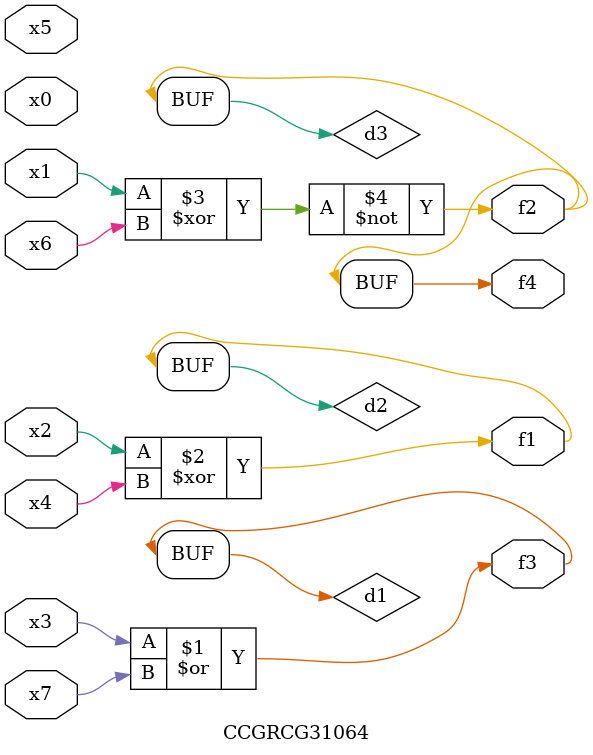
<source format=v>
module CCGRCG31064(
	input x0, x1, x2, x3, x4, x5, x6, x7,
	output f1, f2, f3, f4
);

	wire d1, d2, d3;

	or (d1, x3, x7);
	xor (d2, x2, x4);
	xnor (d3, x1, x6);
	assign f1 = d2;
	assign f2 = d3;
	assign f3 = d1;
	assign f4 = d3;
endmodule

</source>
